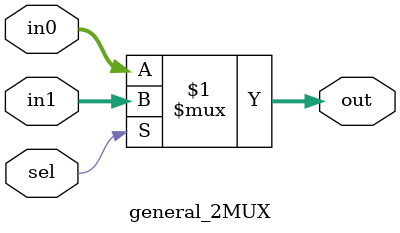
<source format=v>
module cpu(clk, reset, in, out, N, V, Z, mem_addr, mem_cmd);
    input clk, reset;
    input [15:0] in;					//The in is the mdata to datapath and read_data to FSM, which is outputted from the RAM.
    output [15:0] out;
	 output [8:0] mem_addr;		//Output to the RAM and equality comparator.
	 output [1:0] mem_cmd;
    output N, V, Z;
    
	 //Wire declarations to make connections
    wire [15:0] reg_to_dec, sximm5, sximm8, mdata;
	 wire [8:0] next_pc, PC, data_to_mem_addr;
	 wire [3:0] vsel;
	 wire [2:0] opcode, readnum, writenum, statusOut, nsel;
	 wire [1:0] ALUop, shift, mem_cmd;
	 wire asel, bsel, loada, loadb, loadc, loads, write, load_ir, load_PC, addr_sel, load_addr, reset_PC;
	 
	 //Assign corresponding bits of statusOut to N, V, and Z.
	 assign N = statusOut[2];
	 assign V = statusOut[1];
	 assign Z = statusOut[0];
	 
	 //Module instantiations
	 //Add 2 more inputs: load_ir, read_data = in.
	 //Instantiation for the insruction register, program counter, and data address regs.
	 load_enable_reg #(16) instruction_register(clk, in, load_ir, reg_to_dec);
	
	//Instantiation for PC. Updates the PC when appropriate.
	 load_enable_reg #(9) pc(clk, next_pc, load_PC, PC);
	
	//instantiation for data address
	 load_enable_reg #(9) data_addr(clk, out[8:0], load_addr, data_to_mem_addr);
	 
	 
	 //No changes needed
	 instruction_decoder #(16) decode(reg_to_dec, nsel, opcode, ALUop, sximm5, sximm8, shift, readnum, writenum);
	 
	 //in is the mdata.
	 datapath DP(clk, readnum, vsel, loada, loadb, shift, asel, bsel, ALUop, loadc, loads, writenum, write, in, sximm8, sximm5, PC[7:0], statusOut, out);
	 
	 //Changes made. In goes to the FSM.
	 fsm statemachine(clk, reset, opcode, ALUop, vsel, asel, bsel, nsel, loada, loadb, loadc, loads, write, load_ir, load_PC, mem_cmd, addr_sel, load_addr, reset_PC);
	 
	 //The bottom MUX in figure 2.
	 general_2MUX #(9) addrMUX(addr_sel, data_to_mem_addr, PC, mem_addr);
	 //The middle MUX in figure 2.
	 PCMUX selPC(reset_PC, PC, 9'b0, next_pc);
	 
	 
	
endmodule

//Module for PC mux
module PCMUX(sel, in0, in1, out);
	input sel;
	input [8:0] in0, in1;
	output [8:0] out;
	
	assign out = sel ? in1 : (in0 + 9'b000000001);
endmodule

//Module defining other small MUXes that will be added in CPU.
module general_2MUX(sel, in0, in1, out);
	parameter n = 9;
	input sel;
	input [n-1:0] in0, in1;
	output [n-1:0] out;
	
	//Perform the binary selection.
	assign out = sel ? in1 : in0;
endmodule
	
</source>
